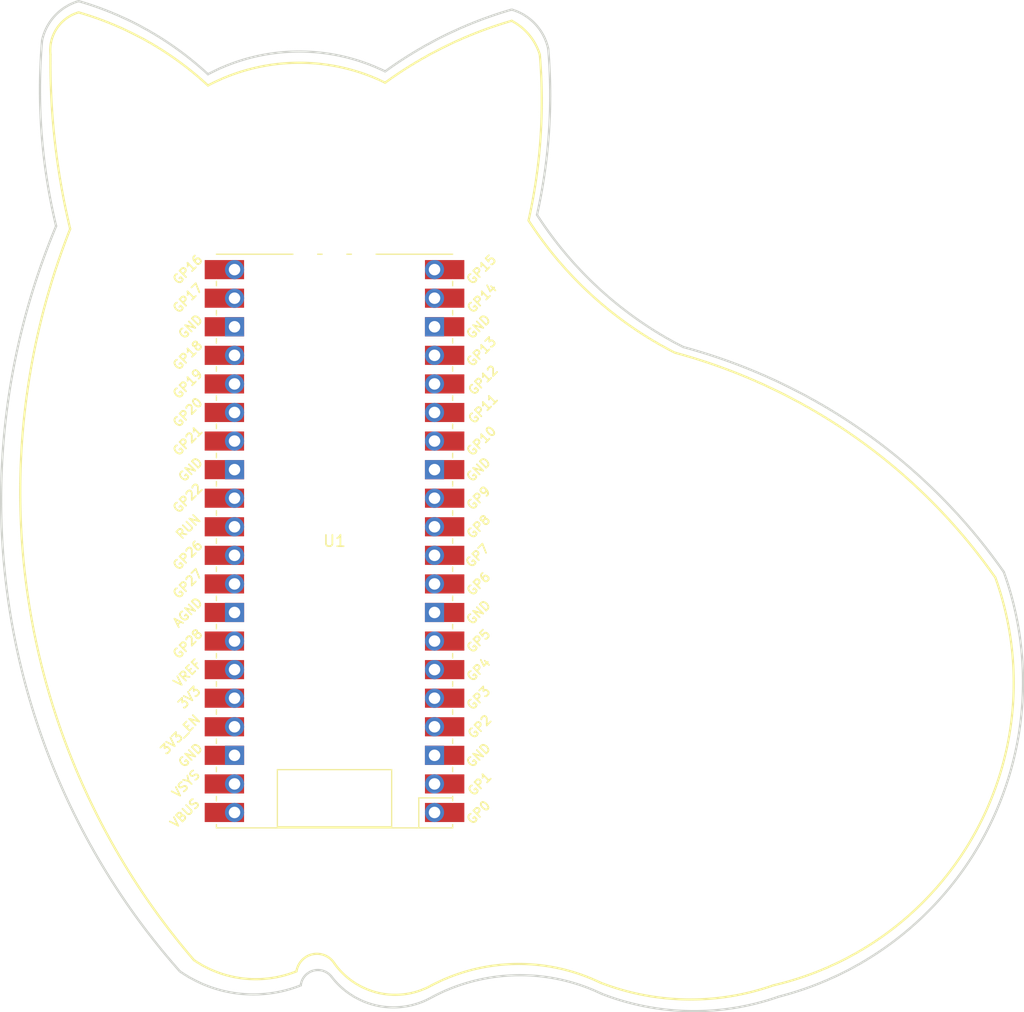
<source format=kicad_pcb>
(kicad_pcb (version 20211014) (generator pcbnew)
  (layers (0 "F.Cu" signal) (31 "B.Cu" signal) (34 "B.Paste" user) (35 "F.Paste" user) (36 "B.SilkS" user "B.Silkscreen") (37 "F.SilkS" user "F.Silkscreen") (38 "B.Mask" user) (39 "F.Mask" user) (44 "Edge.Cuts" user))
  (net 0 "")
  (net 1 "LF1")
  (net 2 "LF2")
  (net 3 "GND")
  (net 4 "RB1")
  (net 5 "RB2")
  (net 6 "LB1")
  (net 7 "LB2")
  (net 8 "RF1")
  (net 9 "RF2")
  (net 10 "+3V3")
  (net 11 "VSYS")
  (net 17 "GPIO16")
  (net 18 "GPIO17")
  (net 19 "GPIO1")
  (net 20 "GPIO2")
  (net 21 "GPIO3")
  (net 22 "GPIO4")
  (net 23 "GPIO5")
  (net 24 "GPIO6")
  (net 25 "GPIO7")
  (net 26 "GPIO8")
  (net 27 "GPIO9")
  (net 28 "GPIO15")
  (net 29 "GPIO22")
  (net 30 "GPIO26")
  (net 31 "GPIO27")
  (net 32 "GPIO28")
  (net 33 "CTS")
  (net 34 "DFU")
  (footprint "RPi_Pico:RPi_PicoW_SMD_TH" (layer "F.Cu") (at 215.75 104.75 180)
    (fp_text reference "U1" (at 0 0) (layer "F.SilkS"))
    (fp_text value "PicoW")
    (fp_text user "GP16" (at 13.054 24.13 45) (layer "F.SilkS") (effects (font (size 0.8 0.8))))
    (fp_text user "GP7" (at -12.7 -1.3 45) (layer "F.SilkS") (effects (font (size 0.8 0.8))))
    (fp_text user "GP3" (at -12.8 -13.97 45) (layer "F.SilkS") (effects (font (size 0.8 0.8))))
    (fp_text user "VBUS" (at 13.3 -24.2 45) (layer "F.SilkS") (effects (font (size 0.8 0.8))))
    (fp_text user "GP5" (at -12.8 -8.89 45) (layer "F.SilkS") (effects (font (size 0.8 0.8))))
    (fp_text user "GP9" (at -12.8 3.81 45) (layer "F.SilkS") (effects (font (size 0.8 0.8))))
    (fp_text user "GP8" (at -12.8 1.27 45) (layer "F.SilkS") (effects (font (size 0.8 0.8))))
    (fp_text user "3V3" (at 12.9 -13.9 45) (layer "F.SilkS") (effects (font (size 0.8 0.8))))
    (fp_text user "GP22" (at 13.054 3.81 45) (layer "F.SilkS") (effects (font (size 0.8 0.8))))
    (fp_text user "3V3_EN" (at 13.7 -17.2 45) (layer "F.SilkS") (effects (font (size 0.8 0.8))))
    (fp_text user "GP21" (at 13.054 8.9 45) (layer "F.SilkS") (effects (font (size 0.8 0.8))))
    (fp_text user "GP18" (at 13.054 16.51 45) (layer "F.SilkS") (effects (font (size 0.8 0.8))))
    (fp_text user "GP20" (at 13.054 11.43 45) (layer "F.SilkS") (effects (font (size 0.8 0.8))))
    (fp_text user "GP12" (at -13.2 14.2925 45) (layer "F.SilkS") (effects (font (size 0.8 0.8))))
    (fp_text user "GND" (at -12.8 19.05 45) (layer "F.SilkS") (effects (font (size 0.8 0.8))))
    (fp_text user "GND" (at 12.8 19.05 45) (layer "F.SilkS") (effects (font (size 0.8 0.8))))
    (fp_text user "GP28" (at 13.054 -9.144 45) (layer "F.SilkS") (effects (font (size 0.8 0.8))))
    (fp_text user "GP2" (at -12.9 -16.51 45) (layer "F.SilkS") (effects (font (size 0.8 0.8))))
    (fp_text user "RUN" (at 13 1.27 45) (layer "F.SilkS") (effects (font (size 0.8 0.8))))
    (fp_text user "VSYS" (at 13.2 -21.59 45) (layer "F.SilkS") (effects (font (size 0.8 0.8))))
    (fp_text user "GP6" (at -12.8 -3.81 45) (layer "F.SilkS") (effects (font (size 0.8 0.8))))
    (fp_text user "GND" (at 12.8 6.35 45) (layer "F.SilkS") (effects (font (size 0.8 0.8))))
    (fp_text user "GP14" (at -13.1 21.59 45) (layer "F.SilkS") (effects (font (size 0.8 0.8))))
    (fp_text user "AGND" (at 13.054 -6.35 45) (layer "F.SilkS") (effects (font (size 0.8 0.8))))
    (fp_text user "GP19" (at 13.054 13.97 45) (layer "F.SilkS") (effects (font (size 0.8 0.8))))
    (fp_text user "GP0" (at -12.8 -24.13 45) (layer "F.SilkS") (effects (font (size 0.8 0.8))))
    (fp_text user "GP17" (at 13.054 21.59 45) (layer "F.SilkS") (effects (font (size 0.8 0.8))))
    (fp_text user "GND" (at -12.8 6.35 45) (layer "F.SilkS") (effects (font (size 0.8 0.8))))
    (fp_text user "GP10" (at -13.054 8.89 45) (layer "F.SilkS") (effects (font (size 0.8 0.8))))
    (fp_text user "GP13" (at -13.054 16.8325 45) (layer "F.SilkS") (effects (font (size 0.8 0.8))))
    (fp_text user "VREF" (at 13.0675 -11.7425 45) (layer "F.SilkS") (effects (font (size 0.8 0.8))))
    (fp_text user "GP4" (at -12.8 -11.43 45) (layer "F.SilkS") (effects (font (size 0.8 0.8))))
    (fp_text user "GND" (at -12.8 -6.35 45) (layer "F.SilkS") (effects (font (size 0.8 0.8))))
    (fp_text user "GP11" (at -13.2 11.7525 45) (layer "F.SilkS") (effects (font (size 0.8 0.8))))
    (fp_text user "GP1" (at -12.9 -21.6 45) (layer "F.SilkS") (effects (font (size 0.8 0.8))))
    (fp_text user "GND" (at -12.8 -19.05 45) (layer "F.SilkS") (effects (font (size 0.8 0.8))))
    (fp_text user "GND" (at 12.8 -19.05 45) (layer "F.SilkS") (effects (font (size 0.8 0.8))))
    (fp_text user "GP27" (at 13.054 -3.8 45) (layer "F.SilkS") (effects (font (size 0.8 0.8))))
    (fp_text user "GP15" (at -13.054 24.13 45) (layer "F.SilkS") (effects (font (size 0.8 0.8))))
    (fp_text user "GP26" (at 13.054 -1.27 45) (layer "F.SilkS") (effects (font (size 0.8 0.8))))
    (fp_line (start -10.5 15.1) (end -10.5 15.5) (layer "F.SilkS") (width 0.12))
    (fp_line (start -10.5 -7.8) (end -10.5 -7.4) (layer "F.SilkS") (width 0.12))
    (fp_line (start 10.5 -2.7) (end 10.5 -2.3) (layer "F.SilkS") (width 0.12))
    (fp_line (start -10.5 -22.833) (end -7.493 -22.833) (layer "F.SilkS") (width 0.12))
    (fp_line (start -10.5 -10.4) (end -10.5 -10) (layer "F.SilkS") (width 0.12))
    (fp_line (start 10.5 17.6) (end 10.5 18) (layer "F.SilkS") (width 0.12))
    (fp_line (start -10.5 7.4) (end -10.5 7.8) (layer "F.SilkS") (width 0.12))
    (fp_line (start 10.5 4.9) (end 10.5 5.3) (layer "F.SilkS") (width 0.12))
    (fp_line (start -10.5 -25.5) (end -10.5 -25.2) (layer "F.SilkS") (width 0.12))
    (fp_line (start 10.5 7.4) (end 10.5 7.8) (layer "F.SilkS") (width 0.12))
    (fp_line (start 10.5 -23.1) (end 10.5 -22.7) (layer "F.SilkS") (width 0.12))
    (fp_line (start 10.5 -10.4) (end 10.5 -10) (layer "F.SilkS") (width 0.12))
    (fp_line (start -10.5 -20.5) (end -10.5 -20.1) (layer "F.SilkS") (width 0.12))
    (fp_line (start 10.5 15.1) (end 10.5 15.5) (layer "F.SilkS") (width 0.12))
    (fp_line (start 10.5 -20.5) (end 10.5 -20.1) (layer "F.SilkS") (width 0.12))
    (fp_line (start -10.5 20.1) (end -10.5 20.5) (layer "F.SilkS") (width 0.12))
    (fp_line (start 10.5 12.5) (end 10.5 12.9) (layer "F.SilkS") (width 0.12))
    (fp_line (start -10.5 2.3) (end -10.5 2.7) (layer "F.SilkS") (width 0.12))
    (fp_line (start 10.5 -7.8) (end 10.5 -7.4) (layer "F.SilkS") (width 0.12))
    (fp_line (start -10.5 -23.1) (end -10.5 -22.7) (layer "F.SilkS") (width 0.12))
    (fp_line (start 10.5 -5.3) (end 10.5 -4.9) (layer "F.SilkS") (width 0.12))
    (fp_line (start -10.5 -18) (end -10.5 -17.6) (layer "F.SilkS") (width 0.12))
    (fp_line (start -10.5 -2.7) (end -10.5 -2.3) (layer "F.SilkS") (width 0.12))
    (fp_line (start 10.5 -0.2) (end 10.5 0.2) (layer "F.SilkS") (width 0.12))
    (fp_line (start -10.5 17.6) (end -10.5 18) (layer "F.SilkS") (width 0.12))
    (fp_line (start -10.5 10) (end -10.5 10.4) (layer "F.SilkS") (width 0.12))
    (fp_line (start 10.5 10) (end 10.5 10.4) (layer "F.SilkS") (width 0.12))
    (fp_line (start -10.5 -0.2) (end -10.5 0.2) (layer "F.SilkS") (width 0.12))
    (fp_line (start -1.5 25.5) (end -1.1 25.5) (layer "F.SilkS") (width 0.12))
    (fp_line (start -10.5 12.5) (end -10.5 12.9) (layer "F.SilkS") (width 0.12))
    (fp_line (start 10.5 -18) (end 10.5 -17.6) (layer "F.SilkS") (width 0.12))
    (fp_line (start 1.1 25.5) (end 1.5 25.5) (layer "F.SilkS") (width 0.12))
    (fp_line (start -10.5 -25.5) (end 10.5 -25.5) (layer "F.SilkS") (width 0.12))
    (fp_line (start -7.493 -22.833) (end -7.493 -25.5) (layer "F.SilkS") (width 0.12))
    (fp_line (start -10.5 -15.4) (end -10.5 -15) (layer "F.SilkS") (width 0.12))
    (fp_line (start -10.5 4.9) (end -10.5 5.3) (layer "F.SilkS") (width 0.12))
    (fp_line (start 10.5 -12.9) (end 10.5 -12.5) (layer "F.SilkS") (width 0.12))
    (fp_line (start 10.5 -15.4) (end 10.5 -15) (layer "F.SilkS") (width 0.12))
    (fp_line (start -3.7 25.5) (end -10.5 25.5) (layer "F.SilkS") (width 0.12))
    (fp_line (start 10.5 -25.5) (end 10.5 -25.2) (layer "F.SilkS") (width 0.12))
    (fp_line (start 10.5 22.7) (end 10.5 23.1) (layer "F.SilkS") (width 0.12))
    (fp_line (start 10.5 20.1) (end 10.5 20.5) (layer "F.SilkS") (width 0.12))
    (fp_line (start -10.5 22.7) (end -10.5 23.1) (layer "F.SilkS") (width 0.12))
    (fp_line (start 10.5 2.3) (end 10.5 2.7) (layer "F.SilkS") (width 0.12))
    (fp_line (start 10.5 25.5) (end 3.7 25.5) (layer "F.SilkS") (width 0.12))
    (fp_line (start -10.5 -5.3) (end -10.5 -4.9) (layer "F.SilkS") (width 0.12))
    (fp_line (start -10.5 -12.9) (end -10.5 -12.5) (layer "F.SilkS") (width 0.12))
    (fp_rect (start -5.08 -20.32) (end 5.08 -25.4) (layer "F.SilkS") (width 0.12) (fill none))
    (pad "1" thru_hole oval (at -8.89 -24.13 180) (size 1.7 1.7) (drill 1.02) (layers *.Cu *.Mask) (net 34 "DFU"))
    (pad "1" smd rect (at -8.89 -24.13 180) (size 3.5 1.7) (drill (offset -0.9 0)) (layers "F.Cu" "F.Mask") (net 34 "DFU"))
    (pad "2" thru_hole oval (at -8.89 -21.59 180) (size 1.7 1.7) (drill 1.02) (layers *.Cu *.Mask) (net 19 "GPIO1"))
    (pad "2" smd rect (at -8.89 -21.59 180) (size 3.5 1.7) (drill (offset -0.9 0)) (layers "F.Cu" "F.Mask") (net 19 "GPIO1"))
    (pad "3" smd rect (at -8.89 -19.05 180) (size 3.5 1.7) (drill (offset -0.9 0)) (layers "F.Cu" "F.Mask") (net 3 "GND"))
    (pad "3" thru_hole rect (at -8.89 -19.05 180) (size 1.7 1.7) (drill 1.02) (layers *.Cu *.Mask) (net 3 "GND"))
    (pad "4" thru_hole oval (at -8.89 -16.51 180) (size 1.7 1.7) (drill 1.02) (layers *.Cu *.Mask) (net 20 "GPIO2"))
    (pad "4" smd rect (at -8.89 -16.51 180) (size 3.5 1.7) (drill (offset -0.9 0)) (layers "F.Cu" "F.Mask") (net 20 "GPIO2"))
    (pad "5" thru_hole oval (at -8.89 -13.97 180) (size 1.7 1.7) (drill 1.02) (layers *.Cu *.Mask) (net 21 "GPIO3"))
    (pad "5" smd rect (at -8.89 -13.97 180) (size 3.5 1.7) (drill (offset -0.9 0)) (layers "F.Cu" "F.Mask") (net 21 "GPIO3"))
    (pad "6" thru_hole oval (at -8.89 -11.43 180) (size 1.7 1.7) (drill 1.02) (layers *.Cu *.Mask) (net 22 "GPIO4"))
    (pad "6" smd rect (at -8.89 -11.43 180) (size 3.5 1.7) (drill (offset -0.9 0)) (layers "F.Cu" "F.Mask") (net 22 "GPIO4"))
    (pad "7" smd rect (at -8.89 -8.89 180) (size 3.5 1.7) (drill (offset -0.9 0)) (layers "F.Cu" "F.Mask") (net 23 "GPIO5"))
    (pad "7" thru_hole oval (at -8.89 -8.89 180) (size 1.7 1.7) (drill 1.02) (layers *.Cu *.Mask) (net 23 "GPIO5"))
    (pad "8" smd rect (at -8.89 -6.35 180) (size 3.5 1.7) (drill (offset -0.9 0)) (layers "F.Cu" "F.Mask") (net 3 "GND"))
    (pad "8" thru_hole rect (at -8.89 -6.35 180) (size 1.7 1.7) (drill 1.02) (layers *.Cu *.Mask) (net 3 "GND"))
    (pad "9" smd rect (at -8.89 -3.81 180) (size 3.5 1.7) (drill (offset -0.9 0)) (layers "F.Cu" "F.Mask") (net 24 "GPIO6"))
    (pad "9" thru_hole oval (at -8.89 -3.81 180) (size 1.7 1.7) (drill 1.02) (layers *.Cu *.Mask) (net 24 "GPIO6"))
    (pad "10" thru_hole oval (at -8.89 -1.27 180) (size 1.7 1.7) (drill 1.02) (layers *.Cu *.Mask) (net 25 "GPIO7"))
    (pad "10" smd rect (at -8.89 -1.27 180) (size 3.5 1.7) (drill (offset -0.9 0)) (layers "F.Cu" "F.Mask") (net 25 "GPIO7"))
    (pad "11" smd rect (at -8.89 1.27 180) (size 3.5 1.7) (drill (offset -0.9 0)) (layers "F.Cu" "F.Mask") (net 26 "GPIO8"))
    (pad "11" thru_hole oval (at -8.89 1.27 180) (size 1.7 1.7) (drill 1.02) (layers *.Cu *.Mask) (net 26 "GPIO8"))
    (pad "12" thru_hole oval (at -8.89 3.81 180) (size 1.7 1.7) (drill 1.02) (layers *.Cu *.Mask) (net 27 "GPIO9"))
    (pad "12" smd rect (at -8.89 3.81 180) (size 3.5 1.7) (drill (offset -0.9 0)) (layers "F.Cu" "F.Mask") (net 27 "GPIO9"))
    (pad "13" thru_hole rect (at -8.89 6.35 180) (size 1.7 1.7) (drill 1.02) (layers *.Cu *.Mask) (net 3 "GND"))
    (pad "13" smd rect (at -8.89 6.35 180) (size 3.5 1.7) (drill (offset -0.9 0)) (layers "F.Cu" "F.Mask") (net 3 "GND"))
    (pad "14" thru_hole oval (at -8.89 8.89 180) (size 1.7 1.7) (drill 1.02) (layers *.Cu *.Mask) (net 2 "LF2"))
    (pad "14" smd rect (at -8.89 8.89 180) (size 3.5 1.7) (drill (offset -0.9 0)) (layers "F.Cu" "F.Mask") (net 2 "LF2"))
    (pad "15" thru_hole oval (at -8.89 11.43 180) (size 1.7 1.7) (drill 1.02) (layers *.Cu *.Mask) (net 1 "LF1"))
    (pad "15" smd rect (at -8.89 11.43 180) (size 3.5 1.7) (drill (offset -0.9 0)) (layers "F.Cu" "F.Mask") (net 1 "LF1"))
    (pad "16" thru_hole oval (at -8.89 13.97 180) (size 1.7 1.7) (drill 1.02) (layers *.Cu *.Mask) (net 7 "LB2"))
    (pad "16" smd rect (at -8.89 13.97 180) (size 3.5 1.7) (drill (offset -0.9 0)) (layers "F.Cu" "F.Mask") (net 7 "LB2"))
    (pad "17" smd rect (at -8.89 16.51 180) (size 3.5 1.7) (drill (offset -0.9 0)) (layers "F.Cu" "F.Mask") (net 6 "LB1"))
    (pad "17" thru_hole oval (at -8.89 16.51 180) (size 1.7 1.7) (drill 1.02) (layers *.Cu *.Mask) (net 6 "LB1"))
    (pad "18" smd rect (at -8.89 19.05 180) (size 3.5 1.7) (drill (offset -0.9 0)) (layers "F.Cu" "F.Mask") (net 3 "GND"))
    (pad "18" thru_hole rect (at -8.89 19.05 180) (size 1.7 1.7) (drill 1.02) (layers *.Cu *.Mask) (net 3 "GND"))
    (pad "19" smd rect (at -8.89 21.59 180) (size 3.5 1.7) (drill (offset -0.9 0)) (layers "F.Cu" "F.Mask") (net 33 "CTS"))
    (pad "19" thru_hole oval (at -8.89 21.59 180) (size 1.7 1.7) (drill 1.02) (layers *.Cu *.Mask) (net 33 "CTS"))
    (pad "20" smd rect (at -8.89 24.13 180) (size 3.5 1.7) (drill (offset -0.9 0)) (layers "F.Cu" "F.Mask") (net 28 "GPIO15"))
    (pad "20" thru_hole oval (at -8.89 24.13 180) (size 1.7 1.7) (drill 1.02) (layers *.Cu *.Mask) (net 28 "GPIO15"))
    (pad "21" smd rect (at 8.89 24.13 180) (size 3.5 1.7) (drill (offset 0.9 0)) (layers "F.Cu" "F.Mask") (net 17 "GPIO16"))
    (pad "21" thru_hole oval (at 8.89 24.13 180) (size 1.7 1.7) (drill 1.02) (layers *.Cu *.Mask) (net 17 "GPIO16"))
    (pad "22" smd rect (at 8.89 21.59 180) (size 3.5 1.7) (drill (offset 0.9 0)) (layers "F.Cu" "F.Mask") (net 18 "GPIO17"))
    (pad "22" thru_hole oval (at 8.89 21.59 180) (size 1.7 1.7) (drill 1.02) (layers *.Cu *.Mask) (net 18 "GPIO17"))
    (pad "23" smd rect (at 8.89 19.05 180) (size 3.5 1.7) (drill (offset 0.9 0)) (layers "F.Cu" "F.Mask") (net 3 "GND"))
    (pad "23" thru_hole rect (at 8.89 19.05 180) (size 1.7 1.7) (drill 1.02) (layers *.Cu *.Mask) (net 3 "GND"))
    (pad "24" thru_hole oval (at 8.89 16.51 180) (size 1.7 1.7) (drill 1.02) (layers *.Cu *.Mask) (net 5 "RB2"))
    (pad "24" smd rect (at 8.89 16.51 180) (size 3.5 1.7) (drill (offset 0.9 0)) (layers "F.Cu" "F.Mask") (net 5 "RB2"))
    (pad "25" thru_hole oval (at 8.89 13.97 180) (size 1.7 1.7) (drill 1.02) (layers *.Cu *.Mask) (net 4 "RB1"))
    (pad "25" smd rect (at 8.89 13.97 180) (size 3.5 1.7) (drill (offset 0.9 0)) (layers "F.Cu" "F.Mask") (net 4 "RB1"))
    (pad "26" smd rect (at 8.89 11.43 180) (size 3.5 1.7) (drill (offset 0.9 0)) (layers "F.Cu" "F.Mask") (net 9 "RF2"))
    (pad "26" thru_hole oval (at 8.89 11.43 180) (size 1.7 1.7) (drill 1.02) (layers *.Cu *.Mask) (net 9 "RF2"))
    (pad "27" thru_hole oval (at 8.89 8.89 180) (size 1.7 1.7) (drill 1.02) (layers *.Cu *.Mask) (net 8 "RF1"))
    (pad "27" smd rect (at 8.89 8.89 180) (size 3.5 1.7) (drill (offset 0.9 0)) (layers "F.Cu" "F.Mask") (net 8 "RF1"))
    (pad "28" smd rect (at 8.89 6.35 180) (size 3.5 1.7) (drill (offset 0.9 0)) (layers "F.Cu" "F.Mask") (net 3 "GND"))
    (pad "28" thru_hole rect (at 8.89 6.35 180) (size 1.7 1.7) (drill 1.02) (layers *.Cu *.Mask) (net 3 "GND"))
    (pad "29" thru_hole oval (at 8.89 3.81 180) (size 1.7 1.7) (drill 1.02) (layers *.Cu *.Mask) (net 29 "GPIO22"))
    (pad "29" smd rect (at 8.89 3.81 180) (size 3.5 1.7) (drill (offset 0.9 0)) (layers "F.Cu" "F.Mask") (net 29 "GPIO22"))
    (pad "30" smd rect (at 8.89 1.27 180) (size 3.5 1.7) (drill (offset 0.9 0)) (layers "F.Cu" "F.Mask"))
    (pad "30" thru_hole oval (at 8.89 1.27 180) (size 1.7 1.7) (drill 1.02) (layers *.Cu *.Mask))
    (pad "31" thru_hole oval (at 8.89 -1.27 180) (size 1.7 1.7) (drill 1.02) (layers *.Cu *.Mask) (net 30 "GPIO26"))
    (pad "31" smd rect (at 8.89 -1.27 180) (size 3.5 1.7) (drill (offset 0.9 0)) (layers "F.Cu" "F.Mask") (net 30 "GPIO26"))
    (pad "32" thru_hole oval (at 8.89 -3.81 180) (size 1.7 1.7) (drill 1.02) (layers *.Cu *.Mask) (net 31 "GPIO27"))
    (pad "32" smd rect (at 8.89 -3.81 180) (size 3.5 1.7) (drill (offset 0.9 0)) (layers "F.Cu" "F.Mask") (net 31 "GPIO27"))
    (pad "33" thru_hole rect (at 8.89 -6.35 180) (size 1.7 1.7) (drill 1.02) (layers *.Cu *.Mask))
    (pad "33" smd rect (at 8.89 -6.35 180) (size 3.5 1.7) (drill (offset 0.9 0)) (layers "F.Cu" "F.Mask"))
    (pad "34" smd rect (at 8.89 -8.89 180) (size 3.5 1.7) (drill (offset 0.9 0)) (layers "F.Cu" "F.Mask") (net 32 "GPIO28"))
    (pad "34" thru_hole oval (at 8.89 -8.89 180) (size 1.7 1.7) (drill 1.02) (layers *.Cu *.Mask) (net 32 "GPIO28"))
    (pad "35" smd rect (at 8.89 -11.43 180) (size 3.5 1.7) (drill (offset 0.9 0)) (layers "F.Cu" "F.Mask"))
    (pad "35" thru_hole oval (at 8.89 -11.43 180) (size 1.7 1.7) (drill 1.02) (layers *.Cu *.Mask))
    (pad "36" smd rect (at 8.89 -13.97 180) (size 3.5 1.7) (drill (offset 0.9 0)) (layers "F.Cu" "F.Mask") (net 10 "+3V3"))
    (pad "36" thru_hole oval (at 8.89 -13.97 180) (size 1.7 1.7) (drill 1.02) (layers *.Cu *.Mask) (net 10 "+3V3"))
    (pad "37" smd rect (at 8.89 -16.51 180) (size 3.5 1.7) (drill (offset 0.9 0)) (layers "F.Cu" "F.Mask"))
    (pad "37" thru_hole oval (at 8.89 -16.51 180) (size 1.7 1.7) (drill 1.02) (layers *.Cu *.Mask))
    (pad "38" thru_hole rect (at 8.89 -19.05 180) (size 1.7 1.7) (drill 1.02) (layers *.Cu *.Mask) (net 3 "GND"))
    (pad "38" smd rect (at 8.89 -19.05 180) (size 3.5 1.7) (drill (offset 0.9 0)) (layers "F.Cu" "F.Mask") (net 3 "GND"))
    (pad "39" thru_hole oval (at 8.89 -21.59 180) (size 1.7 1.7) (drill 1.02) (layers *.Cu *.Mask) (net 11 "VSYS"))
    (pad "39" smd rect (at 8.89 -21.59 180) (size 3.5 1.7) (drill (offset 0.9 0)) (layers "F.Cu" "F.Mask") (net 11 "VSYS"))
    (pad "40" thru_hole oval (at 8.89 -24.13 180) (size 1.7 1.7) (drill 1.02) (layers *.Cu *.Mask))
    (pad "40" smd rect (at 8.89 -24.13 180) (size 3.5 1.7) (drill (offset 0.9 0)) (layers "F.Cu" "F.Mask"))
  )
  (gr_arc (start 190.5 61.5) (mid 191.065569 59.168713) (end 193 57.75) (layer "F.SilkS") (width 0.2))
  (gr_arc (start 274.5 108) (mid 272.767645 130.561337) (end 254.75 144.25) (layer "F.SilkS") (width 0.2))
  (gr_arc (start 204.5 64.25) (mid 212.344959 62.232404) (end 220.25 64) (layer "F.SilkS") (width 0.2))
  (gr_arc (start 246 88) (mid 262.00993 95.492099) (end 274.5 108) (layer "F.SilkS") (width 0.2))
  (gr_arc (start 220.25 64) (mid 225.636078 60.761296) (end 231.5 58.5) (layer "F.SilkS") (width 0.2))
  (gr_arc (start 224.369205 144.25) (mid 219.689831 144.926779) (end 215.75 142.312914) (layer "F.SilkS") (width 0.2))
  (gr_arc (start 193 57.75) (mid 199.13045 60.326896) (end 204.5 64.25) (layer "F.SilkS") (width 0.2))
  (gr_arc (start 224.369205 144.25) (mid 231.839588 142.347998) (end 239.369205 144) (layer "F.SilkS") (width 0.2))
  (gr_arc (start 192.25 77) (mid 190.896372 69.304039) (end 190.5 61.5) (layer "F.SilkS") (width 0.2))
  (gr_arc (start 212.369205 143) (mid 207.684339 143.642304) (end 203.25 142) (layer "F.SilkS") (width 0.2))
  (gr_arc (start 231.5 58.5) (mid 233.04971 59.750242) (end 234 61.5) (layer "F.SilkS") (width 0.2))
  (gr_arc (start 246 88) (mid 238.720086 82.987883) (end 233 76.25) (layer "F.SilkS") (width 0.2))
  (gr_arc (start 234 61.5) (mid 234.062519 68.913137) (end 233 76.25) (layer "F.SilkS") (width 0.2))
  (gr_arc (start 212.369205 143) (mid 213.820674 141.480814) (end 215.75 142.312914) (layer "F.SilkS") (width 0.2))
  (gr_arc (start 203.25 142) (mid 188.706223 111.030485) (end 192.25 77) (layer "F.SilkS") (width 0.2))
  (gr_arc (start 254.75 144.25) (mid 247.03722 145.502028) (end 239.369205 144) (layer "F.SilkS") (width 0.2))
  (gr_arc (start 224.5 145.25) (mid 219.668696 146.078815) (end 215.5 143.5) (layer "Edge.Cuts") (width 0.2))
  (gr_arc (start 246.75 87.5) (mid 262.759933 94.992095) (end 275.25 107.5) (layer "Edge.Cuts") (width 0.2))
  (gr_arc (start 191 76.75) (mid 189.712868 68.550162) (end 189.75 60.25) (layer "Edge.Cuts") (width 0.2))
  (gr_arc (start 224.5 145.25) (mid 231.970383 143.348009) (end 239.5 145) (layer "Edge.Cuts") (width 0.2))
  (gr_arc (start 220.25 63) (mid 225.636076 59.761293) (end 231.5 57.5) (layer "Edge.Cuts") (width 0.2))
  (gr_arc (start 204.5 63.25) (mid 212.344958 61.232387) (end 220.25 63) (layer "Edge.Cuts") (width 0.2))
  (gr_arc (start 234.75 61) (mid 234.812522 68.413137) (end 233.75 75.75) (layer "Edge.Cuts") (width 0.2))
  (gr_arc (start 193 56.75) (mid 199.130445 59.326905) (end 204.5 63.25) (layer "Edge.Cuts") (width 0.2))
  (gr_arc (start 189.75 60.25) (mid 190.891025 58.050595) (end 193 56.75) (layer "Edge.Cuts") (width 0.2))
  (gr_arc (start 246.75 87.5) (mid 239.470083 82.487887) (end 233.75 75.75) (layer "Edge.Cuts") (width 0.2))
  (gr_arc (start 212.75 144.25) (mid 213.869205 142.937086) (end 215.5 143.5) (layer "Edge.Cuts") (width 0.2))
  (gr_arc (start 255.25 145.25) (mid 247.378705 146.537045) (end 239.5 145) (layer "Edge.Cuts") (width 0.2))
  (gr_arc (start 231.5 57.5) (mid 233.608977 58.800593) (end 234.75 61) (layer "Edge.Cuts") (width 0.2))
  (gr_arc (start 212.75 144.25) (mid 207.217556 144.979022) (end 202 143) (layer "Edge.Cuts") (width 0.2))
  (gr_arc (start 202 143) (mid 186.96418 111.458308) (end 191 76.75) (layer "Edge.Cuts") (width 0.2))
  (gr_arc (start 275.25 107.5) (mid 273.597682 130.797613) (end 255.25 145.25) (layer "Edge.Cuts") (width 0.2))
)
</source>
